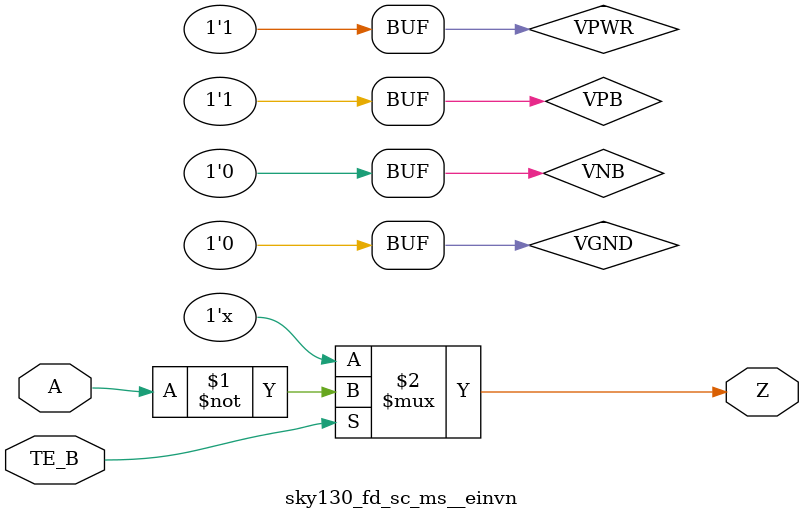
<source format=v>
/*
 * Copyright 2020 The SkyWater PDK Authors
 *
 * Licensed under the Apache License, Version 2.0 (the "License");
 * you may not use this file except in compliance with the License.
 * You may obtain a copy of the License at
 *
 *     https://www.apache.org/licenses/LICENSE-2.0
 *
 * Unless required by applicable law or agreed to in writing, software
 * distributed under the License is distributed on an "AS IS" BASIS,
 * WITHOUT WARRANTIES OR CONDITIONS OF ANY KIND, either express or implied.
 * See the License for the specific language governing permissions and
 * limitations under the License.
 *
 * SPDX-License-Identifier: Apache-2.0
*/


`ifndef SKY130_FD_SC_MS__EINVN_TIMING_V
`define SKY130_FD_SC_MS__EINVN_TIMING_V

/**
 * einvn: Tri-state inverter, negative enable.
 *
 * Verilog simulation timing model.
 */

`timescale 1ns / 1ps
`default_nettype none

`celldefine
module sky130_fd_sc_ms__einvn (
    Z   ,
    A   ,
    TE_B
);

    // Module ports
    output Z   ;
    input  A   ;
    input  TE_B;

    // Module supplies
    supply1 VPWR;
    supply0 VGND;
    supply1 VPB ;
    supply0 VNB ;

    //     Name     Output  Other arguments
    notif0 notif00 (Z     , A, TE_B        );

endmodule
`endcelldefine

`default_nettype wire
`endif  // SKY130_FD_SC_MS__EINVN_TIMING_V

</source>
